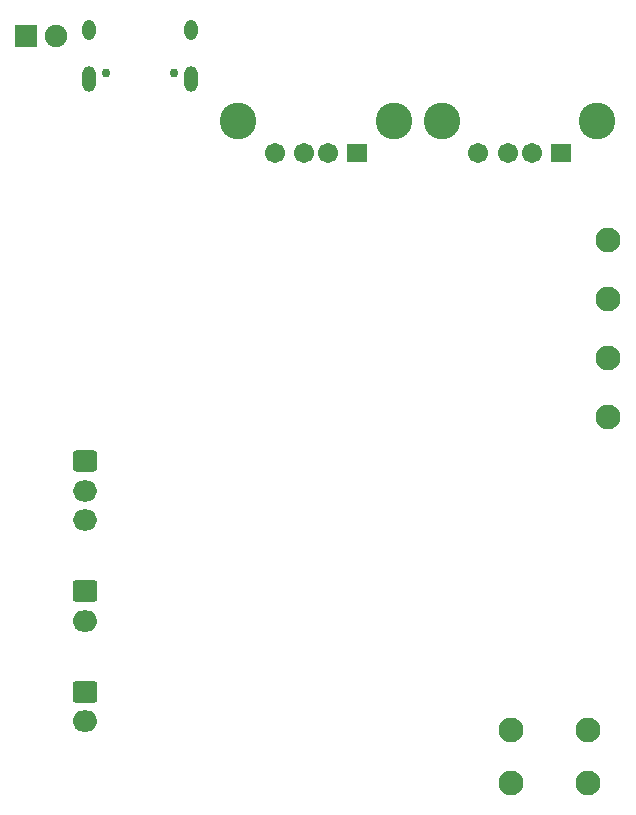
<source format=gbr>
G04 #@! TF.GenerationSoftware,KiCad,Pcbnew,(5.99.0-9218-g05b559c9dc)*
G04 #@! TF.CreationDate,2021-05-17T00:15:44+02:00*
G04 #@! TF.ProjectId,Self_Watering_Plant,53656c66-5f57-4617-9465-72696e675f50,rev?*
G04 #@! TF.SameCoordinates,Original*
G04 #@! TF.FileFunction,Soldermask,Bot*
G04 #@! TF.FilePolarity,Negative*
%FSLAX46Y46*%
G04 Gerber Fmt 4.6, Leading zero omitted, Abs format (unit mm)*
G04 Created by KiCad (PCBNEW (5.99.0-9218-g05b559c9dc)) date 2021-05-17 00:15:44*
%MOMM*%
%LPD*%
G01*
G04 APERTURE LIST*
G04 Aperture macros list*
%AMRoundRect*
0 Rectangle with rounded corners*
0 $1 Rounding radius*
0 $2 $3 $4 $5 $6 $7 $8 $9 X,Y pos of 4 corners*
0 Add a 4 corners polygon primitive as box body*
4,1,4,$2,$3,$4,$5,$6,$7,$8,$9,$2,$3,0*
0 Add four circle primitives for the rounded corners*
1,1,$1+$1,$2,$3*
1,1,$1+$1,$4,$5*
1,1,$1+$1,$6,$7*
1,1,$1+$1,$8,$9*
0 Add four rect primitives between the rounded corners*
20,1,$1+$1,$2,$3,$4,$5,0*
20,1,$1+$1,$4,$5,$6,$7,0*
20,1,$1+$1,$6,$7,$8,$9,0*
20,1,$1+$1,$8,$9,$2,$3,0*%
G04 Aperture macros list end*
%ADD10O,1.102000X2.202000*%
%ADD11C,0.752000*%
%ADD12O,1.102000X1.702000*%
%ADD13RoundRect,0.051000X0.800000X0.750000X-0.800000X0.750000X-0.800000X-0.750000X0.800000X-0.750000X0*%
%ADD14C,1.702000*%
%ADD15C,3.102000*%
%ADD16C,2.102000*%
%ADD17RoundRect,0.265000X-0.786000X0.636000X-0.786000X-0.636000X0.786000X-0.636000X0.786000X0.636000X0*%
%ADD18O,2.102000X1.802000*%
%ADD19RoundRect,0.265000X-0.761000X0.636000X-0.761000X-0.636000X0.761000X-0.636000X0.761000X0.636000X0*%
%ADD20O,2.052000X1.802000*%
%ADD21RoundRect,0.051000X-0.900000X-0.900000X0.900000X-0.900000X0.900000X0.900000X-0.900000X0.900000X0*%
%ADD22C,1.902000*%
G04 APERTURE END LIST*
D10*
X123780000Y-76630000D03*
X132420000Y-76630000D03*
D11*
X130990000Y-76100000D03*
D12*
X132420000Y-72450000D03*
D11*
X125210000Y-76100000D03*
D12*
X123780000Y-72450000D03*
D13*
X146500000Y-82860000D03*
D14*
X144000000Y-82860000D03*
X142000000Y-82860000D03*
X139500000Y-82860000D03*
D15*
X136430000Y-80150000D03*
X149570000Y-80150000D03*
D16*
X167750000Y-95250000D03*
X167750000Y-90250000D03*
X167750000Y-105250000D03*
X167750000Y-100250000D03*
D13*
X163750000Y-82860000D03*
D14*
X161250000Y-82860000D03*
X159250000Y-82860000D03*
X156750000Y-82860000D03*
D15*
X153680000Y-80150000D03*
X166820000Y-80150000D03*
D17*
X123450000Y-120000000D03*
D18*
X123450000Y-122500000D03*
D17*
X123450000Y-128500000D03*
D18*
X123450000Y-131000000D03*
D19*
X123450000Y-109000000D03*
D20*
X123450000Y-111500000D03*
X123450000Y-114000000D03*
D16*
X159500000Y-136250000D03*
X166000000Y-136250000D03*
X166000000Y-131750000D03*
X159500000Y-131750000D03*
D21*
X118475000Y-73000000D03*
D22*
X121015000Y-73000000D03*
M02*

</source>
